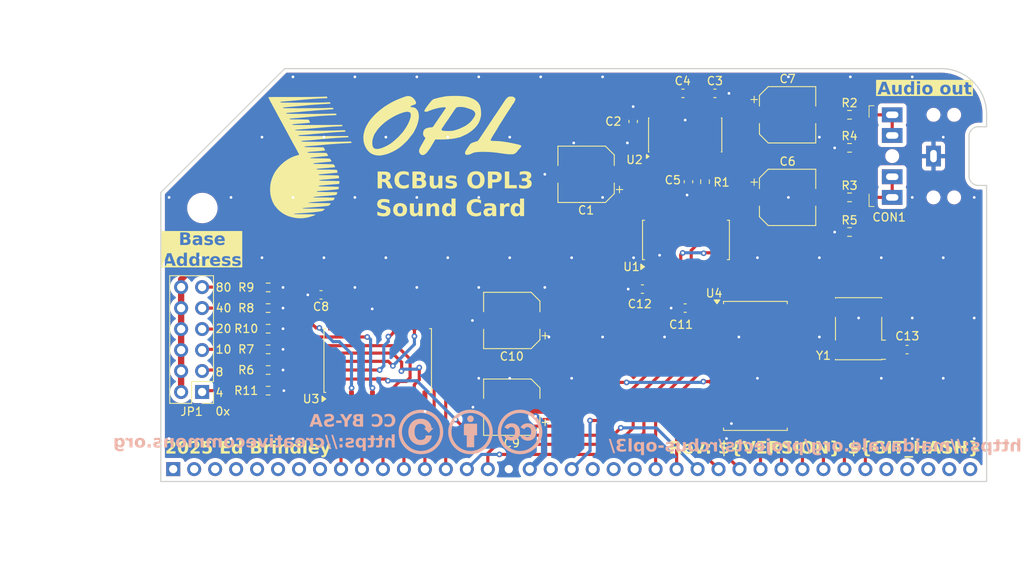
<source format=kicad_pcb>
(kicad_pcb (version 20241229) (generator "pcbnew") (generator_version "9.0")
  (title_block (title "RCBUS YMF262 sound card") (date "@date@") (rev "@version@"))
  (layers (0 "F.Cu" signal "Front") (2 "B.Cu" signal "Back") (13 "F.Paste" user) (15 "B.Paste" user) (5 "F.SilkS" user "F.Silkscreen") (7 "B.SilkS" user "B.Silkscreen") (1 "F.Mask" user) (3 "B.Mask" user) (25 "Edge.Cuts" user))
  (net 0 "")
  (net 1 "+5V")
  (net 2 "GND")
  (net 3 "/CLK")
  (net 4 "/D0")
  (net 5 "/D1")
  (net 6 "/D2")
  (net 7 "/D3")
  (net 8 "/D4")
  (net 9 "/D5")
  (net 10 "/D6")
  (net 11 "/D7")
  (net 12 "/A1")
  (net 13 "/A4")
  (net 14 "/A3")
  (net 15 "/A2")
  (net 16 "/A5")
  (net 17 "/A6")
  (net 18 "/A7")
  (net 19 "/A0")
  (net 20 "/~{CS}")
  (net 21 "/~{RESET}")
  (net 22 "/~{WR}")
  (net 23 "/~{IORQ}")
  (net 24 "/~{RD}")
  (net 26 "/DAC_CLK")
  (net 27 "/~{INT}")
  (net 43 "/R")
  (net 44 "/L")
  (net 45 "Net-(U1-CV)")
  (net 46 "/SMPBD")
  (net 47 "/DOAB")
  (net 48 "/SMPAC")
  (net 49 "Net-(U1-AOUT)")
  (net 50 "Net-(C6-Pad2)")
  (net 51 "Net-(C7-Pad2)")
  (net 52 "Net-(U2B--)")
  (net 53 "/AUDIO_CH2")
  (net 54 "Net-(U1-SWIN)")
  (net 55 "Net-(U1-MP)")
  (net 60 "Net-(JP1-Pin_1)")
  (net 61 "Net-(JP1-Pin_9)")
  (net 62 "Net-(JP1-Pin_7)")
  (net 63 "Net-(JP1-Pin_11)")
  (net 64 "Net-(JP1-Pin_3)")
  (net 65 "Net-(JP1-Pin_5)")
  (net 66 "/AUDIO_CH1")
  (net 67 "Net-(CON1-PadT)")
  (net 68 "Net-(CON1-PadR)")
  (footprint "Capacitor_SMD:C_0603_1608Metric" (layer "F.Cu") (at 79.4 142.4 180)
    (property "Reference" "C8")
    (property "Value" "0.1uF")
  )
  (footprint "Capacitor_SMD:C_0603_1608Metric" (layer "F.Cu") (at 118.325 141.7 180)
    (property "Reference" "C12")
    (property "Value" "0.1uF")
  )
  (footprint "electrified:Headphone_Jack_3.5mm_5_pin" (layer "F.Cu") (at 148.569 125.595 180)
    (property "Reference" "CON1")
    (property "Value" "3.5mm jack")
  )
  (footprint "Connector_PinHeader_2.54mm:PinHeader_2x06_P2.54mm_Vertical" (layer "F.Cu") (at 65 154.16 180)
    (property "Reference" "JP1")
    (property "Value" "BASE ADDRESS")
  )
  (footprint "MountingHole:MountingHole_3.2mm_M3" (layer "F.Cu") (at 65.032 131.882)
    (property "Reference" "H1" (hide yes))
    (property "Value" "MountingHole")
  )
  (footprint "electrified:PinHeader_1x39_P2.54mm_Vertical" (layer "F.Cu") (at 61.5 163.5 90)
    (property "Reference" "P1" (hide yes))
    (property "Value" "RC2014 BUS")
  )
  (footprint "Package_SO:SOIC-20W_7.5x12.8mm_P1.27mm" (layer "F.Cu") (at 86.265 150.35 90)
    (property "Reference" "U3")
    (property "Value" "74HCT688")
  )
  (footprint "Capacitor_SMD:C_0603_1608Metric" (layer "F.Cu") (at 123.9 128.7 -90)
    (property "Reference" "C5")
    (property "Value" "68pF")
  )
  (footprint "Capacitor_SMD:CP_Elec_6.3x5.8" (layer "F.Cu") (at 111.5 127.8 180)
    (property "Reference" "C1")
    (property "Value" "10uF")
  )
  (footprint "Capacitor_SMD:C_0603_1608Metric" (layer "F.Cu") (at 117.2 121.4 90)
    (property "Reference" "C2")
    (property "Value" "0.1uF")
  )
  (footprint "Package_SO:SOP-24_7.5x15.4mm_P1.27mm" (layer "F.Cu") (at 132 151)
    (property "Reference" "U4")
    (property "Value" "YMF262")
  )
  (footprint "Capacitor_SMD:C_0603_1608Metric" (layer "F.Cu") (at 123.5 144 180)
    (property "Reference" "C11")
    (property "Value" "0.1uF")
  )
  (footprint "Oscillator:Oscillator_SMD_Abracon_ASV-4Pin_7.0x5.1mm" (layer "F.Cu") (at 144.5 146.5 90)
    (property "Reference" "Y1")
    (property "Value" "14.3181MHz")
  )
  (footprint "Package_SO:SOP-16_4.55x10.3mm_P1.27mm" (layer "F.Cu") (at 123.595 135.75 90)
    (property "Reference" "U1")
    (property "Value" "YAC512")
  )
  (footprint "electrified:opl" (layer "F.Cu") (at 94 121.75)
    (property "Reference" "G2" (hide yes))
    (property "Value" "LOGO" (hide yes))
  )
  (footprint "Resistor_SMD:R_0603_1608Metric" (layer "F.Cu") (at 73 154)
    (property "Reference" "R11")
    (property "Value" "10K")
  )
  (footprint "Capacitor_SMD:C_0603_1608Metric" (layer "F.Cu") (at 127.1 118)
    (property "Reference" "C3")
    (property "Value" "2.7nF")
  )
  (footprint "Resistor_SMD:R_0603_1608Metric" (layer "F.Cu") (at 73 151.5)
    (property "Reference" "R6")
    (property "Value" "10K")
  )
  (footprint "Resistor_SMD:R_0603_1608Metric" (layer "F.Cu") (at 143.4 120.595)
    (property "Reference" "R2")
    (property "Value" "100")
  )
  (footprint "Resistor_SMD:R_0603_1608Metric" (layer "F.Cu") (at 125.9 128.7 90)
    (property "Reference" "R1")
    (property "Value" "33")
  )
  (footprint "Resistor_SMD:R_0603_1608Metric" (layer "F.Cu") (at 143.4 130.595)
    (property "Reference" "R3")
    (property "Value" "100")
  )
  (footprint "Resistor_SMD:R_0603_1608Metric" (layer "F.Cu") (at 73 146.5)
    (property "Reference" "R10")
    (property "Value" "10K")
  )
  (footprint "Resistor_SMD:R_0603_1608Metric" (layer "F.Cu") (at 73 141.5)
    (property "Reference" "R9")
    (property "Value" "10K")
  )
  (footprint "Capacitor_SMD:C_0603_1608Metric" (layer "F.Cu") (at 123.225 118)
    (property "Reference" "C4")
    (property "Value" "2.7nF")
  )
  (footprint "Resistor_SMD:R_0603_1608Metric" (layer "F.Cu") (at 73 144)
    (property "Reference" "R8")
    (property "Value" "10K")
  )
  (footprint "Package_SO:SOIC-14_3.9x8.7mm_P1.27mm" (layer "F.Cu") (at 123.5 123.037022 90)
    (property "Reference" "U2")
    (property "Value" "TL074")
  )
  (footprint "electrified:adlib2" (layer "F.Cu") (at 77.5 125.5)
    (property "Reference" "G1" (hide yes))
    (property "Value" "LOGO" (hide yes))
  )
  (footprint "Capacitor_SMD:CP_Elec_6.3x5.8" (layer "F.Cu") (at 135.9 130.595)
    (property "Reference" "C6")
    (property "Value" "10uF")
  )
  (footprint "Resistor_SMD:R_0603_1608Metric" (layer "F.Cu") (at 73 149)
    (property "Reference" "R7")
    (property "Value" "10K")
  )
  (footprint "Capacitor_SMD:CP_Elec_6.3x7.7" (layer "F.Cu") (at 102.5 156 180)
    (property "Reference" "C9")
    (property "Value" "100uF")
  )
  (footprint "Capacitor_SMD:CP_Elec_6.3x5.8" (layer "F.Cu") (at 102.5 145.5 180)
    (property "Reference" "C10")
    (property "Value" "10uF")
  )
  (footprint "Capacitor_SMD:CP_Elec_6.3x5.8" (layer "F.Cu") (at 135.9 120.595)
    (property "Reference" "C7")
    (property "Value" "10uF")
  )
  (footprint "Capacitor_SMD:C_0603_1608Metric" (layer "F.Cu") (at 150.364 149.026)
    (property "Reference" "C13")
    (property "Value" "0.1uF")
  )
  (footprint "Resistor_SMD:R_0603_1608Metric" (layer "F.Cu") (at 143.4 124.595)
    (property "Reference" "R4")
    (property "Value" "10K")
  )
  (footprint "Resistor_SMD:R_0603_1608Metric" (layer "F.Cu") (at 143.4 134.79)
    (property "Reference" "R5")
    (property "Value" "10K")
  )
  (footprint "electrified:Symbol_CC-Attribution_Silk_Small" (layer "B.Cu") (at 97.5 159 180)
    (property "Reference" "REF**" (hide yes))
    (property "Value" "Symbol_CC-Attribution_Silk_Small" (hide yes))
  )
  (footprint "electrified:Symbol_CC-ShareAlike_Silk_Small" (layer "B.Cu") (at 91.5 159 180)
    (property "Reference" "REF**" (hide yes))
    (property "Value" "Symbol_CC-ShareAlike_Silk_Small" (hide yes))
  )
  (footprint "electrified:Symbol_CreativeCommons_Silk_Type2_Small" (layer "B.Cu") (at 103.5 159 180)
    (property "Reference" "REF**" (hide yes))
    (property "Value" "Symbol_CreativeCommons_Silk_Type2_Small" (hide yes))
  )
  (gr_line (start 157.869 123.182) (end 157.869 128.008) (stroke (width 0.15)) (layer "Edge.Cuts"))
  (gr_line (start 160 122.039) (end 160 120.5) (stroke (width 0.15)) (layer "Edge.Cuts"))
  (gr_line (start 154.5 115) (end 75 115) (stroke (width 0.15)) (layer "Edge.Cuts"))
  (gr_arc (start 154.5 115) (mid 158.389087 116.610913) (end 160 120.5) (stroke (width 0.15)) (layer "Edge.Cuts"))
  (gr_line (start 160 122.039) (end 159.012 122.039) (stroke (width 0.15)) (layer "Edge.Cuts"))
  (gr_line (start 160 129.151) (end 159.012 129.151) (stroke (width 0.15)) (layer "Edge.Cuts"))
  (gr_line (start 60 130) (end 75 115) (stroke (width 0.15)) (layer "Edge.Cuts"))
  (gr_line (start 60 130) (end 60 165) (stroke (width 0.15)) (layer "Edge.Cuts"))
  (gr_arc (start 159.012 129.151) (mid 158.203777 128.816223) (end 157.869 128.008) (stroke (width 0.15)) (layer "Edge.Cuts"))
  (gr_line (start 160 165) (end 160 129.151) (stroke (width 0.15)) (layer "Edge.Cuts"))
  (gr_line (start 60 165) (end 160 165) (stroke (width 0.15)) (layer "Edge.Cuts"))
  (gr_arc (start 157.869 123.182) (mid 158.203777 122.373777) (end 159.012 122.039) (stroke (width 0.15)) (layer "Edge.Cuts"))
  (gr_text "Audio out" (at 152.5 117.5 0) (layer "F.SilkS" knockout) (effects (font (size 1.5 1.5) (thickness 0.3) (bold yes))))
  (gr_text "Rev: ${VERSION} ${GIT_HASH}" (at 159.25 161 0) (layer "F.SilkS") (effects (font (size 1.5 1.5) (thickness 0.34) (bold yes)) (justify right)))
  (gr_text "2025 Ed Brindley" (at 60.5 161 0) (layer "F.SilkS") (effects (font (size 1.5 1.5) (thickness 0.3) (bold yes)) (justify left)))
  (gr_text "10" (at 67.6 149 0) (layer "F.SilkS") (effects (font (size 1 1))))
  (gr_text "Base\nAddress" (at 65 137 0) (layer "F.SilkS" knockout) (effects (font (size 1.5 1.5) (thickness 0.3) (bold yes))))
  (gr_text "80" (at 67.6 141.5 0) (layer "F.SilkS") (effects (font (size 1 1))))
  (gr_text "20" (at 67.6 146.5 0) (layer "F.SilkS") (effects (font (size 1 1))))
  (gr_text "RCBus OPL3\nSound Card" (at 86 133.2 0) (layer "F.SilkS") (effects (font (size 2 2) (thickness 0.4) (bold yes)) (justify left bottom)))
  (gr_text "8" (at 67.1 151.75 0) (layer "F.SilkS") (effects (font (size 1 1))))
  (gr_text "4" (at 67.1 154.25 0) (layer "F.SilkS") (effects (font (size 1 1))))
  (gr_text "0x" (at 67.5 156.5 0) (layer "F.SilkS") (effects (font (size 1 1))))
  (gr_text "40" (at 67.6 144 0) (layer "F.SilkS") (effects (font (size 1 1))))
  (gr_text "https://maidavale.org/projects/rcbus-opl3/" (at 139.25 160.75 0) (layer "B.SilkS") (effects (font (size 1.5 1.5) (thickness 0.3) (bold yes)) (justify mirror)))
  (gr_text "CC BY-SA\nhttps://creativecommons.org" (at 88.49936 159 -0) (layer "B.SilkS") (effects (font (size 1.5 1.5) (thickness 0.3) (bold yes)) (justify left mirror)))
  (segment (start 105.2 145.5) (end 108 145.5) (width 0.762) (layer "F.Cu") (net 1))
  (segment (start 105.2 145.5) (end 105.2 139.5) (width 0.762) (layer "F.Cu") (net 1))
  (segment (start 117.2 122.175) (end 109.125 122.175) (width 0.762) (layer "F.Cu") (net 1))
  (segment (start 149.589 142.089) (end 149.589 149.026) (width 0.762) (layer "F.Cu") (net 1))
  (segment (start 117.2 122.175) (end 117.253522 122.228522) (width 0.381) (layer "F.Cu") (net 1))
  (segment (start 80.175 142.4) (end 80.175 139.525) (width 0.762) (layer "F.Cu") (net 1))
  (segment (start 131.7 135.2) (end 135.9 139.4) (width 0.762) (layer "F.Cu") (net 1))
  (segment (start 121.69 140.21) (end 121.69 139) (width 0.381) (layer "F.Cu") (net 1))
  (segment (start 62.46 141.46) (end 62.46 140.54) (width 0.762) (layer "F.Cu") (net 1))
  (segment (start 119.15 140.5) (end 121.1 140.5) (width 0.381) (layer "F.Cu") (net 1))
  (segment (start 142.5 149.04) (end 146.5 149.04) (width 0.762) (layer "F.Cu") (net 1))
  (segment (start 121.375858 122.228522) (end 123.5 124.352664) (width 0.381) (layer "F.Cu") (net 1))
  (segment (start 109.125 122.175) (end 105.2 126.1) (width 0.762) (layer "F.Cu") (net 1))
  (segment (start 131.65 135.2) (end 118.1 135.2) (width 0.762) (layer "F.Cu") (net 1))
  (segment (start 123.5 124.352664) (end 123.5 125.512022) (width 0.381) (layer "F.Cu") (net 1))
  (segment (start 121.1 140.5) (end 124.799999 140.5) (width 0.381) (layer "F.Cu") (net 1))
  (segment (start 135.9 139.4) (end 146.9 139.4) (width 0.762) (layer "F.Cu") (net 1))
  (segment (start 119.15 139) (end 119.15 140.5) (width 0.381) (layer "F.Cu") (net 1))
  (segment (start 121.1 140.5) (end 121.4 140.5) (width 0.381) (layer "F.Cu") (net 1))
  (segment (start 105 156.715014) (end 105 156.2) (width 0.762) (layer "F.Cu") (net 1))
  (segment (start 128.04 132.5) (end 128.04 135.16) (width 0.381) (layer "F.Cu") (net 1))
  (segment (start 80.2 139.5) (end 105.2 139.5) (width 0.762) (layer "F.Cu") (net 1))
  (segment (start 125.5 139.799999) (end 125.5 139) (width 0.381) (layer "F.Cu") (net 1))
  (segment (start 80.225 143.471) (end 80.55 143.796) (width 0.381) (layer "F.Cu") (net 1))
  (segment (start 114.8 138.5) (end 114.8 145.5) (width 0.762) (layer "F.Cu") (net 1))
  (segment (start 62.46 140.54) (end 63.5 139.5) (width 0.762) (layer "F.Cu") (net 1))
  (segment (start 146.9 139.4) (end 149.589 142.089) (width 0.762) (layer "F.Cu") (net 1))
  (segment (start 119.15 140.5) (end 119.15 141.65) (width 0.381) (layer "F.Cu") (net 1))
  (segment (start 80.225 142.5) (end 80.225 143.471) (width 0.381) (layer "F.Cu") (net 1))
  (segment (start 105.2 156) (end 105.2 145.5) (width 0.762) (layer "F.Cu") (net 1))
  (segment (start 123.8 145.5) (end 124.275 145.025) (width 0.762) (layer "F.Cu") (net 1))
  (segment (start 63.5 139.5) (end 80.2 139.5) (width 0.762) (layer "F.Cu") (net 1))
  (segment (start 131.65 135.2) (end 131.7 135.2) (width 0.762) (layer "F.Cu") (net 1))
  (segment (start 124.275 145.025) (end 124.275 144) (width 0.762) (layer "F.Cu") (net 1))
  (segment (start 118.1 135.2) (end 114.8 138.5) (width 0.762) (layer "F.Cu") (net 1))
  (segment (start 128 135.2) (end 131.65 135.2) (width 0.762) (layer "F.Cu") (net 1))
  (segment (start 124.799999 140.5) (end 125.5 139.799999) (width 0.381) (layer "F.Cu") (net 1))
  (segment (start 80.175 139.525) (end 80.2 139.5) (width 0.762) (layer "F.Cu") (net 1))
  (segment (start 149.589 149.026) (end 146.514 149.026) (width 0.762) (layer "F.Cu") (net 1))
  (segment (start 127.35 144.015) (end 124.29 144.015) (width 0.381) (layer "F.Cu") (net 1))
  (segment (start 128.04 135.16) (end 128 135.2) (width 0.381) (layer "F.Cu") (net 1))
  (segment (start 80.55 143.796) (end 80.55 145.7) (width 0.381) (layer "F.Cu") (net 1))
  (segment (start 62.46 154.54) (end 62.46 141.84) (width 0.762) (layer "F.Cu") (net 1))
  (segment (start 121.4 140.5) (end 121.69 140.21) (width 0.381) (layer "F.Cu") (net 1))
  (segment (start 105.384986 157.1) (end 105 156.715014) (width 0.762) (layer "F.Cu") (net 1))
  (segment (start 105.2 126.1) (end 105.2 139.5) (width 0.762) (layer "F.Cu") (net 1))
  (segment (start 119.1 141.7) (end 119.1 145.4) (width 0.762) (layer "F.Cu") (net 1))
  (segment (start 119.1 145.4) (end 119 145.5) (width 0.762) (layer "F.Cu") (net 1))
  (segment (start 114.8 145.5) (end 119 145.5) (width 0.762) (layer "F.Cu") (net 1))
  (segment (start 108 145.5) (end 114.8 145.5) (width 0.762) (layer "F.Cu") (net 1))
  (segment (start 117.253522 122.228522) (end 121.375858 122.228522) (width 0.381) (layer "F.Cu") (net 1))
  (segment (start 119 145.5) (end 123.8 145.5) (width 0.762) (layer "F.Cu") (net 1))
  (via (at 105.384986 157.1) (size 0.6858) (drill 0.3302) (layers "F.Cu" "B.Cu") (net 1))
  (segment (start 105.384986 157.1) (end 106.410486 158.1255) (width 0.762) (layer "B.Cu") (net 1))
  (segment (start 106.410486 161.769514) (end 104.68 163.5) (width 0.762) (layer "B.Cu") (net 1))
  (segment (start 106.410486 158.1255) (end 106.410486 161.769514) (width 0.762) (layer "B.Cu") (net 1))
  (segment (start 73.825 151.5) (end 74.8 151.5) (width 0.381) (layer "F.Cu") (net 2))
  (segment (start 108.8 127.8) (end 106.5 127.8) (width 0.381) (layer "F.Cu") (net 2))
  (segment (start 73.825 149) (end 74.8 149) (width 0.381) (layer "F.Cu") (net 2))
  (segment (start 123.919275 129.919275) (end 123.9 129.9) (width 0.381) (layer "F.Cu") (net 2))
  (segment (start 127.875 118) (end 128.8 118) (width 0.381) (layer "F.Cu") (net 2))
  (segment (start 124 119.087023) (end 124 118) (width 0.381) (layer "F.Cu") (net 2))
  (segment (start 120.42 137.62) (end 120.4 137.6) (width 0.381) (layer "F.Cu") (net 2))
  (segment (start 74.8 144) (end 73.825 144) (width 0.381) (layer "F.Cu") (net 2))
  (segment (start 123.9 129.9) (end 123.9 129.475) (width 0.381) (layer "F.Cu") (net 2))
  (segment (start 123.919275 130.119275) (end 123.919275 129.919275) (width 0.381) (layer "F.Cu") (net 2))
  (segment (start 141.605 124.595) (end 141.6 124.6) (width 0.381) (layer "F.Cu") (net 2))
  (segment (start 85.63 144.13) (end 85.6 144.1) (width 0.381) (layer "F.Cu") (net 2))
  (segment (start 73.825 154) (end 74.9 154) (width 0.381) (layer "F.Cu") (net 2))
  (segment (start 91.98 156.4926) (end 92 156.5126) (width 0.381) (layer "F.Cu") (net 2))
  (segment (start 123.5 119.587023) (end 124 119.087023) (width 0.381) (layer "F.Cu") (net 2))
  (segment (start 117.2 120.625) (end 117.2 119.6) (width 0.381) (layer "F.Cu") (net 2))
  (segment (start 123.728912 130.309638) (end 123.919275 130.119275) (width 0.381) (layer "F.Cu") (net 2))
  (segment (start 117.55 141.7) (end 116.6 141.7) (width 0.381) (layer "F.Cu") (net 2))
  (segment (start 142.575 124.595) (end 141.605 124.595) (width 0.381) (layer "F.Cu") (net 2))
  (segment (start 123.5 120.562022) (end 123.5 119.587023) (width 0.381) (layer "F.Cu") (net 2))
  (segment (start 120.42 139) (end 120.42 137.62) (width 0.381) (layer "F.Cu") (net 2))
  (segment (start 73.825 141.5) (end 74.8 141.5) (width 0.381) (layer "F.Cu") (net 2))
  (segment (start 83.09 145.7) (end 86.9 145.7) (width 0.381) (layer "F.Cu") (net 2))
  (segment (start 85.63 145.7) (end 85.63 144.13) (width 0.381) (layer "F.Cu") (net 2))
  (segment (start 73.825 146.5) (end 74.8 146.5) (width 0.381) (layer "F.Cu") (net 2))
  (segment (start 97.796157 156) (end 99.8 156) (width 0.381) (layer "F.Cu") (net 2))
  (segment (start 91.98 155) (end 91.98 156.4926) (width 0.381) (layer "F.Cu") (net 2))
  (segment (start 99.8 145.5) (end 97.735952 145.5) (width 0.381) (layer "F.Cu") (net 2))
  (segment (start 142.575 134.79) (end 141.61 134.79) (width 0.381) (layer "F.Cu") (net 2))
  (segment (start 129.1 157.985) (end 127.35 157.985) (width 0.381) (layer "F.Cu") (net 2))
  (segment (start 78.625 142.4) (end 77.8 142.4) (width 0.381) (layer "F.Cu") (net 2))
  (segment (start 141.61 134.79) (end 141.6 134.8) (width 0.381) (layer "F.Cu") (net 2))
  (segment (start 122.725 144) (end 121.8 144) (width 0.381) (layer "F.Cu") (net 2))
  (via (at 113.5 147.5) (size 0.6858) (drill 0.3302) (layers "F.Cu" "B.Cu") (net 2))
  (via (at 154.75 137.9) (size 0.6858) (drill 0.3302) (layers "F.Cu" "B.Cu") (net 2))
  (via (at 74.8 151.5) (size 0.6858) (drill 0.3302) (layers "F.Cu" "B.Cu") (net 2))
  (via (at 147.25 137.9) (size 0.6858) (drill 0.3302) (layers "F.Cu" "B.Cu") (net 2))
  (via (at 129.1 157.985) (size 0.6858) (drill 0.3302) (layers "F.Cu" "B.Cu") (net 2))
  (via (at 120.4 137.6) (size 0.6858) (drill 0.3302) (layers "F.Cu" "B.Cu") (net 2))
  (via (at 109.75 137.9) (size 0.6858) (drill 0.3302) (layers "F.Cu" "B.Cu") (net 2))
  (via (at 102.25 152.5) (size 0.6858) (drill 0.3302) (layers "F.Cu" "B.Cu") (net 2))
  (via (at 94.75 137.9) (size 0.6858) (drill 0.3302) (layers "F.Cu" "B.Cu") (net 2))
  (via (at 74.9 154) (size 0.6858) (drill 0.3302) (layers "F.Cu" "B.Cu") (net 2))
  (via (at 83.5 130.6) (size 0.6858) (drill 0.3302) (layers "F.Cu" "B.Cu") (net 2))
  (via (at 128.5 159.8) (size 0.6858) (drill 0.3302) (layers "F.Cu" "B.Cu") (net 2))
  (via (at 121 147.5) (size 0.6858) (drill 0.3302) (layers "F.Cu" "B.Cu") (net 2))
  (via (at 85.6 144.1) (size 0.6858) (drill 0.3302) (layers "F.Cu" "B.Cu") (net 2))
  (via (at 74.8 144) (size 0.6858) (drill 0.3302) (layers "F.Cu" "B.Cu") (net 2))
  (via (at 68.5 130.6) (size 0.6858) (drill 0.3302) (layers "F.Cu" "B.Cu") (net 2))
  (via (at 109.75 152.5) (size 0.6858) (drill 0.3302) (layers "F.Cu" "B.Cu") (net 2))
  (via (at 117.25 137.9) (size 0.6858) (drill 0.3302) (layers "F.Cu" "B.Cu") (net 2))
  (via (at 117.2 119.6) (size 0.6858) (drill 0.3302) (layers "F.Cu" "B.Cu") (net 2))
  (via (at 113.5 130.6) (size 0.6858) (drill 0.3302) (layers "F.Cu" "B.Cu") (net 2))
  (via (at 139.75 137.9) (size 0.6858) (drill 0.3302) (layers "F.Cu" "B.Cu") (net 2))
  (via (at 72.25 123.3) (size 0.6858) (drill 0.3302) (layers "F.Cu" "B.Cu") (net 2))
  (via (at 123.728912 130.309638) (size 0.6858) (drill 0.3302) (layers "F.Cu" "B.Cu") (net 2))
  (via (at 97.735952 145.5) (size 0.6858) (drill 0.3302) (layers "F.Cu" "B.Cu") (net 2))
  (via (at 143.5 116) (size 0.6858) (drill 0.3302) (layers "F.Cu" "B.Cu") (net 2))
  (via (at 102.25 137.9) (size 0.6858) (drill 0.3302) (layers "F.Cu" "B.Cu") (net 2))
  (via (at 68.5 159.8) (size 0.6858) (drill 0.3302) (layers "F.Cu" "B.Cu") (net 2))
  (via (at 139.75 123.3) (size 0.6858) (drill 0.3302) (layers "F.Cu" "B.Cu") (net 2))
  (via (at 61 130.6) (size 0.6858) (drill 0.3302) (layers "F.Cu" "B.Cu") (net 2))
  (via (at 87.25 137.9) (size 0.6858) (drill 0.3302) (layers "F.Cu" "B.Cu") (net 2))
  (via (at 151 145.2) (size 0.6858) (drill 0.3302) (layers "F.Cu" "B.Cu") (net 2))
  (via (at 130 147.5) (size 0.6858) (drill 0.3302) (layers "F.Cu" "B.Cu") (net 2))
  (via (at 76 116) (size 0.6858) (drill 0.3302) (layers "F.Cu" "B.Cu") (net 2))
  (via (at 77.8 142.4) (size 0.6858) (drill 0.3302) (layers "F.Cu" "B.Cu") (net 2))
  (via (at 76 159.8) (size 0.6858) (drill 0.3302) (layers "F.Cu" "B.Cu") (net 2))
  (via (at 79.75 137.9) (size 0.6858) (drill 0.3302) (layers "F.Cu" "B.Cu") (net 2))
  (via (at 158.5 145.2) (size 0.6858) (drill 0.3302) (layers "F.Cu" "B.Cu") (net 2))
  (via (at 97.796157 156) (size 0.6858) (drill 0.3302) (layers "F.Cu" "B.Cu") (net 2))
  (via (at 98.5 141.5) (size 0.6858) (drill 0.3302) (layers "F.Cu" "B.Cu") (net 2))
  (via (at 136 130.6) (size 0.6858) (drill 0.3302) (layers "F.Cu" "B.Cu") (net 2))
  (via (at 154.75 123.3) (size 0.6858) (drill 0.3302) (layers "F.Cu" "B.Cu") (net 2))
  (via (at 132.25 152.5) (size 0.6858) (drill 0.3302) (layers "F.Cu" "B.Cu") (net 2))
  (via (at 98.5 116) (size 0.6858) (drill 0.3302) (layers "F.Cu" "B.Cu") (net 2))
  (via (at 116.6 141.7) (size 0.6858) (drill 0.3302) (layers "F.Cu" "B.Cu") (net 2))
  (via (at 98.5 152.5) (size 0.6858) (drill 0.3302) (layers "F.Cu" "B.Cu") (net 2))
  (via (at 136 116) (size 0.6858) (drill 0.3302) (layers "F.Cu" "B.Cu") (net 2))
  (via (at 61 159.8) (size 0.6858) (drill 0.3302) (layers "F.Cu" "B.Cu") (net 2))
  (via (at 102.25 123.3) (size 0.6858) (drill 0.3302) (layers "F.Cu" "B.Cu") (net 2))
  (via (at 123.499999 121.232925) (size 0.6858) (drill 0.3302) (layers "F.Cu" "B.Cu") (net 2))
  (via (at 158.5 159.8) (size 0.6858) (drill 0.3302) (layers "F.Cu" "B.Cu") (net 2))
  (via (at 107 147.5) (size 0.6858) (drill 0.3302) (layers "F.Cu" "B.Cu") (net 2))
  (via (at 151 130.6) (size 0.6858) (drill 0.3302) (layers "F.Cu" "B.Cu") (net 2))
  (via (at 116.5 124) (size 0.6858) (drill 0.3302) (layers "F.Cu" "B.Cu") (net 2))
  (via (at 139.75 147.5) (size 0.6858) (drill 0.3302) (layers "F.Cu" "B.Cu") (net 2))
  (via (at 83.5 141.5) (size 0.6858) (drill 0.3302) (layers "F.Cu" "B.Cu") (net 2))
  (via (at 158.5 130.6) (size 0.6858) (drill 0.3302) (layers "F.Cu" "B.Cu") (net 2))
  (via (at 64.75 137.9) (size 0.6858) (drill 0.3302) (layers "F.Cu" "B.Cu") (net 2))
  (via (at 113.5 116) (size 0.6858) (drill 0.3302) (layers "F.Cu" "B.Cu") (net 2))
  (via (at 74.8 146.5) (size 0.6858) (drill 0.3302) (layers "F.Cu" "B.Cu") (net 2))
  (via (at 91 116) (size 0.6858) (drill 0.3302) (layers "F.Cu" "B.Cu") (net 2))
  (via (at 76 130.6) (size 0.6858) (drill 0.3302) (layers "F.Cu" "B.Cu") (net 2))
  (via (at 74.8 141.5) (size 0.6858) (drill 0.3302) (layers "F.Cu" "B.Cu") (net 2))
  (via (at 83.5 116) (size 0.6858) (drill 0.3302) (layers "F.Cu" "B.Cu") (net 2))
  (via (at 110 124) (size 0.6858) (drill 0.3302) (layers "F.Cu" "B.Cu") (net 2))
  (via (at 151 159.8) (size 0.6858) (drill 0.3302) (layers "F.Cu" "B.Cu") (net 2))
  (via (at 79.75 123.3) (size 0.6858) (drill 0.3302) (layers "F.Cu" "B.Cu") (net 2))
  (via (at 132.25 137.9) (size 0.6858) (drill 0.3302) (layers "F.Cu" "B.Cu") (net 2))
  (via (at 141.6 134.8) (size 0.6858) (drill 0.3302) (layers "F.Cu" "B.Cu") (net 2))
  (via (at 106.5 141.5) (size 0.6858) (drill 0.3302) (layers "F.Cu" "B.Cu") (net 2))
  (via (at 106.5 127.8) (size 0.6858) (drill 0.3302) (layers "F.Cu" "B.Cu") (net 2))
  (via (at 151 116) (size 0.6858) (drill 0.3302) (layers "F.Cu" "B.Cu") (net 2))
  (via (at 121.8 144) (size 0.6858) (drill 0.3302) (layers "F.Cu" "B.Cu") (net 2))
  (via (at 91 130.6) (size 0.6858) (drill 0.3302) (layers "F.Cu" "B.Cu") (net 2))
  (via (at 92 156.5126) (size 0.6858) (drill 0.3302) (layers "F.Cu" "B.Cu") (net 2))
  (via (at 87.25 123.3) (size 0.6858) (drill 0.3302) (layers "F.Cu" "B.Cu") (net 2))
  (via (at 74.8 149) (size 0.6858) (drill 0.3302) (layers "F.Cu" "B.Cu") (net 2))
  (via (at 128.8 118) (size 0.6858) (drill 0.3302) (layers "F.Cu" "B.Cu") (net 2))
  (via (at 106 116) (size 0.6858) (drill 0.3302) (layers "F.Cu" "B.Cu") (net 2))
  (via (at 98.5 130.6) (size 0.6858) (drill 0.3302) (layers "F.Cu" "B.Cu") (net 2))
  (via (at 141.6 124.6) (size 0.6858) (drill 0.3302) (layers "F.Cu" "B.Cu") (net 2))
  (via (at 144.5 145.2) (size 0.6858) (drill 0.3302) (layers "F.Cu" "B.Cu") (net 2))
  (via (at 154.75 152.5) (size 0.6858) (drill 0.3302) (layers "F.Cu" "B.Cu") (net 2))
  (via (at 72.25 137.9) (size 0.6858) (drill 0.3302) (layers "F.Cu" "B.Cu") (net 2))
  (via (at 94.75 123.3) (size 0.6858) (drill 0.3302) (layers "F.Cu" "B.Cu") (net 2))
  (via (at 147.25 152.5) (size 0.6858) (drill 0.3302) (layers "F.Cu" "B.Cu") (net 2))
  (via (at 91 141.5) (size 0.6858) (drill 0.3302) (layers "F.Cu" "B.Cu") (net 2))
  (segment (start 136.65 144.015) (end 142.445 144.015) (width 0.381) (layer "F.Cu") (net 3))
  (segment (start 123.9 157) (end 123.9 159.86) (width 0.381) (layer "F.Cu") (net 4))
  (segment (start 123.9 159.86) (end 127.54 163.5) (width 0.381) (layer "F.Cu") (net 4))
  (segment (start 127.35 155.445) (end 125.455 155.445) (width 0.381) (layer "F.Cu") (net 4))
  (segment (start 125.455 155.445) (end 123.9 157) (width 0.381) (layer "F.Cu") (net 4))
  (segment (start 125.5 158.9) (end 130.08 163.48) (width 0.381) (layer "F.Cu") (net 5))
  (segment (start 125.5 157.565001) (end 125.5 158.9) (width 0.381) (layer "F.Cu") (net 5))
  (segment (start 127.35 156.715) (end 126.350001 156.715) (width 0.381) (layer "F.Cu") (net 5))
  (segment (start 126.350001 156.715) (end 125.5 157.565001) (width 0.381) (layer "F.Cu") (net 5))
  (segment (start 134.715 157.985) (end 132.62 160.08) (width 0.381) (layer "F.Cu") (net 6))
  (segment (start 132.62 160.08) (end 132.62 163.5) (width 0.381) (layer "F.Cu") (net 6))
  (segment (start 136.65 157.985) (end 134.715 157.985) (width 0.381) (layer "F.Cu") (net 6))
  (segment (start 138.4 157.4) (end 138.4 159) (width 0.381) (layer "F.Cu") (net 7))
  (segment (start 137.715 156.715) (end 138.4 157.4) (width 0.381) (layer "F.Cu") (net 7))
  (segment (start 137.4 160) (end 136.8 160) (width 0.381) (layer "F.Cu") (net 7))
  (segment (start 136.8 160) (end 135.16 161.64) (width 0.381) (layer "F.Cu") (net 7))
  (segment (start 137.208298 156.715) (end 137.715 156.715) (width 0.381) (layer "F.Cu") (net 7))
  (segment (start 138.4 159) (end 137.4 160) (width 0.381) (layer "F.Cu") (net 7))
  (segment (start 135.16 161.64) (end 135.16 163.5) (width 0.381) (layer "F.Cu") (net 7))
  (segment (start 136.65 155.445) (end 138.045 155.445) (width 0.381) (layer "F.Cu") (net 8))
  (segment (start 137.7 161.55) (end 137.7 163.5) (width 0.381) (layer "F.Cu") (net 8))
  (segment (start 139.3 156.7) (end 139.3 159.95) (width 0.381) (layer "F.Cu") (net 8))
  (segment (start 139.3 159.95) (end 137.7 161.55) (width 0.381) (layer "F.Cu") (net 8))
  (segment (start 138.045 155.445) (end 139.3 156.7) (width 0.381) (layer "F.Cu") (net 8))
  (segment (start 136.65 154.175) (end 138.275 154.175) (width 0.381) (layer "F.Cu") (net 9))
  (segment (start 138.275 154.175) (end 140.24 156.14) (width 0.381) (layer "F.Cu") (net 9))
  (segment (start 140.24 156.14) (end 140.24 163.5) (width 0.381) (layer "F.Cu") (net 9))
  (segment (start 136.65 152.905) (end 138.505 152.905) (width 0.381) (layer "F.Cu") (net 10))
  (segment (start 138.505 152.905) (end 142.78 157.18) (width 0.381) (layer "F.Cu") (net 10))
  (segment (start 142.78 157.18) (end 142.78 163.5) (width 0.381) (layer "F.Cu") (net 10))
  (segment (start 138.735 151.635) (end 145.32 158.22) (width 0.381) (layer "F.Cu") (net 11))
  (segment (start 145.32 158.22) (end 145.32 163.5) (width 0.381) (layer "F.Cu") (net 11))
  (segment (start 136.65 151.635) (end 138.735 151.635) (width 0.381) (layer "F.Cu") (net 11))
  (segment (start 115.8776 161.7224) (end 118.5 159.1) (width 0.381) (layer "F.Cu") (net 12))
  (segment (start 101 161.7224) (end 115.8776 161.7224) (width 0.381) (layer "F.Cu") (net 12))
  (segment (start 118.5 159.1) (end 118.5 155.6) (width 0.381) (layer "F.Cu") (net 12))
  (segment (start 118.5 155.6) (end 125.005 149.095) (width 0.381) (layer "F.Cu") (net 12))
  (segment (start 125.005 149.095) (end 127.35 149.095) (width 0.381) (layer "F.Cu") (net 12))
  (via (at 101 161.7224) (size 0.6858) (drill 0.3302) (layers "F.Cu" "B.Cu") (net 12))
  (segment (start 101 161.7224) (end 98.8376 161.7224) (width 0.381) (layer "B.Cu") (net 12))
  (segment (start 98.8376 161.7224) (end 97.06 163.5) (width 0.381) (layer "B.Cu") (net 12))
  (segment (start 89.44 155) (end 89.44 163.5) (width 0.381) (layer "F.Cu") (net 13))
  (segment (start 91.98 159.62) (end 91.98 163.5) (width 0.381) (layer "F.Cu") (net 14))
  (segment (start 93.1 146.82) (end 93.1 158.5) (width 0.381) (layer "F.Cu") (net 14))
  (segment (start 93.1 158.5) (end 91.98 159.62) (width 0.381) (layer "F.Cu") (net 14))
  (segment (start 91.98 145.7) (end 93.1 146.82) (width 0.381) (layer "F.Cu") (net 14))
  (segment (start 90.215001 143.9) (end 92.437889 143.9) (width 0.381) (layer "F.Cu") (net 15))
  (segment (start 92.437889 143.9) (end 94.5 145.962111) (width 0.381) (layer "F.Cu") (net 15))
  (segment (start 94.5 145.962111) (end 94.5 163.48) (width 0.381) (layer "F.Cu") (net 15))
  (segment (start 89.44 144.675001) (end 90.215001 143.9) (width 0.381) (layer "F.Cu") (net 15))
  (segment (start 89.44 145.7) (end 89.44 144.675001) (width 0.381) (layer "F.Cu") (net 15))
  (segment (start 86.9 155) (end 86.9 163.5) (width 0.381) (layer "F.Cu") (net 16))
  (segment (start 84.36 155) (end 84.36 163.5) (width 0.381) (layer "F.Cu") (net 17))
  (segment (start 81.82 155) (end 81.82 163.5) (width 0.381) (layer "F.Cu") (net 18))
  (segment (start 117.2 155.3) (end 124.675 147.825) (width 0.381) (layer "F.Cu") (net 19))
  (segment (start 99.6 163.5) (end 99.6 161.59896) (width 0.381) (layer "F.Cu") (net 19))
  (segment (start 99.6 161.59896) (end 100.69896 160.5) (width 0.381) (layer "F.Cu") (net 19))
  (segment (start 117.2 158.513552) (end 117.2 155.3) (width 0.381) (layer "F.Cu") (net 19))
  (segment (start 115.213552 160.5) (end 117.2 158.513552) (width 0.381) (layer "F.Cu") (net 19))
  (segment (start 100.69896 160.5) (end 115.213552 160.5) (width 0.381) (layer "F.Cu") (net 19))
  (segment (start 124.675 147.825) (end 127.35 147.825) (width 0.381) (layer "F.Cu") (net 19))
  (segment (start 95.85 155.75) (end 98.4 158.3) (width 0.381) (layer "F.Cu") (net 20))
  (segment (start 125.7 152.9) (end 127.345 152.9) (width 0.381) (layer "F.Cu") (net 20))
  (segment (start 114.9 153) (end 116.4 153) (width 0.381) (layer "F.Cu") (net 20))
  (segment (start 81.82 145.7) (end 81.82 144.410001) (width 0.381) (layer "F.Cu") (net 20))
  (segment (start 95.85 145.75) (end 95.85 155.75) (width 0.381) (layer "F.Cu") (net 20))
  (segment (start 81.82 144.410001) (end 83.430001 142.8) (width 0.381) (layer "F.Cu") (net 20))
  (segment (start 83.430001 142.8) (end 92.9 142.8) (width 0.381) (layer "F.Cu") (net 20))
  (segment (start 109.6 158.3) (end 114.9 153) (width 0.381) (layer "F.Cu") (net 20))
  (segment (start 98.4 158.3) (end 109.6 158.3) (width 0.381) (layer "F.Cu") (net 20))
  (segment (start 92.9 142.8) (end 95.85 145.75) (width 0.381) (layer "F.Cu") (net 20))
  (via (at 125.7 152.9) (size 0.6858) (drill 0.3302) (layers "F.Cu" "B.Cu") (net 20))
  (via (at 116.4 153) (size 0.6858) (drill 0.3302) (layers "F.Cu" "B.Cu") (net 20))
  (segment (start 116.4 153) (end 125.6 153) (width 0.381) (layer "B.Cu") (net 20))
  (segment (start 125.6 153) (end 125.7 152.9) (width 0.381) (layer "B.Cu") (net 20))
  (segment (start 127.35 146.555) (end 124.345 146.555) (width 0.381) (layer "F.Cu") (net 21))
  (segment (start 124.345 146.555) (end 113.2874 157.6126) (width 0.381) (layer "F.Cu") (net 21))
  (segment (start 113.2874 157.6126) (end 111.979883 157.6126) (width 0.381) (layer "F.Cu") (net 21))
  (via (at 111.979883 157.6126) (size 0.6858) (drill 0.3302) (layers "F.Cu" "B.Cu") (net 21))
  (segment (start 111.979883 161.280117) (end 111.979883 157.6126) (width 0.381) (layer "B.Cu") (net 21))
  (segment (start 109.76 163.5) (end 111.979883 161.280117) (width 0.381) (layer "B.Cu") (net 21))
  (segment (start 119.92 155.58) (end 119.92 163.5) (width 0.381) (layer "F.Cu") (net 22))
  (segment (start 125.135 150.365) (end 119.92 155.58) (width 0.381) (layer "F.Cu") (net 22))
  (segment (start 127.35 150.365) (end 125.135 150.365) (width 0.381) (layer "F.Cu") (net 22))
  (segment (start 97.6 159.4) (end 114.8 159.4) (width 0.381) (layer "F.Cu") (net 23))
  (segment (start 81.77434 152.6) (end 87.3 152.6) (width 0.381) (layer "F.Cu") (net 23))
  (segment (start 95.7 157.5) (end 97.6 159.4) (width 0.381) (layer "F.Cu") (net 23))
  (segment (start 114.8 159.4) (end 115.7 158.5) (width 0.381) (layer "F.Cu") (net 23))
  (segment (start 80.55 155) (end 80.55 153.82434) (width 0.381) (layer "F.Cu") (net 23))
  (segment (start 80.55 153.82434) (end 81.77434 152.6) (width 0.381) (layer "F.Cu") (net 23))
  (segment (start 87.3 152.6) (end 87.5 152.8) (width 0.381) (layer "F.Cu") (net 23))
  (via (at 87.5 152.8) (size 0.6858) (drill 0.3302) (layers "F.Cu" "B.Cu") (net 23))
  (via (at 95.7 157.5) (size 0.6858) (drill 0.3302) (layers "F.Cu" "B.Cu") (net 23))
  (via (at 115.7 158.5) (size 0.6858) (drill 0.3302) (layers "F.Cu" "B.Cu") (net 23))
  (segment (start 95.7 157.5) (end 91 152.8) (width 0.381) (layer "B.Cu") (net 23))
  (segment (start 115.7 158.5) (end 120 158.5) (width 0.381) (layer "B.Cu") (net 23))
  (segment (start 91 152.8) (end 87.5 152.8) (width 0.381) (layer "B.Cu") (net 23))
  (segment (start 120 158.5) (end 125 163.5) (width 0.381) (layer "B.Cu") (net 23))
  (segment (start 122.46 154.633224) (end 122.46 163.5) (width 0.381) (layer "F.Cu") (net 24))
  (segment (start 127.35 151.635) (end 125.458224 151.635) (width 0.381) (layer "F.Cu") (net 24))
  (segment (start 125.458224 151.635) (end 122.46 154.633224) (width 0.381) (layer "F.Cu") (net 24))
  (segment (start 124.919025 136.3237) (end 124.23 137.012725) (width 0.381) (layer "F.Cu") (net 26))
  (segment (start 136.65 145.285) (end 135.650001 145.285) (width 0.381) (layer "F.Cu") (net 26))
  (segment (start 130.581 140.215999) (end 130.581 137.781) (width 0.381) (layer "F.Cu") (net 26))
  (segment (start 135.650001 145.285) (end 130.581 140.215999) (width 0.381) (layer "F.Cu") (net 26))
  (segment (start 130.581 137.781) (end 129.1237 136.3237) (width 0.381) (layer "F.Cu") (net 26))
  (segment (start 129.1237 136.3237) (end 124.919025 136.3237) (width 0.381) (layer "F.Cu") (net 26))
  (segment (start 124.23 137.012725) (end 124.23 139) (width 0.381) (layer "F.Cu") (net 26))
  (segment (start 133.2 125.503948) (end 133.2 130.4) (width 0.381) (layer "F.Cu") (net 43))
  (segment (start 128.258074 120.562022) (end 133.2 125.503948) (width 0.381) (layer "F.Cu") (net 43))
  (segment (start 127.31 120.562022) (end 128.258074 120.562022) (width 0.381) (layer "F.Cu") (net 43))
  (segment (start 127.31 120.562022) (end 126.04 120.562022) (width 0.381) (layer "F.Cu") (net 43))
  (segment (start 120.96 120.562022) (end 120.96 119.019325) (width 0.381) (layer "F.Cu") (net 44))
  (segment (start 121.25 116.75) (end 129.75 116.75) (width 0.381) (layer "F.Cu") (net 44))
  (segment (start 119.8625 119.019325) (end 120.96 119.019325) (width 0.381) (layer "F.Cu") (net 44))
  (segment (start 119.69 120.562022) (end 119.69 119.191825) (width 0.381) (layer "F.Cu") (net 44))
  (segment (start 131.095 120.595) (end 133.2 120.595) (width 0.381) (layer "F.Cu") (net 44))
  (segment (start 130.5 117.5) (end 130.5 120) (width 0.381) (layer "F.Cu") (net 44))
  (segment (start 119.69 119.191825) (end 119.8625 119.019325) (width 0.381) (layer "F.Cu") (net 44))
  (segment (start 120.96 119.019325) (end 120.96 117.04) (width 0.381) (layer "F.Cu") (net 44))
  (segment (start 129.75 116.75) (end 130.5 117.5) (width 0.381) (layer "F.Cu") (net 44))
  (segment (start 120.96 117.04) (end 121.25 116.75) (width 0.381) (layer "F.Cu") (net 44))
  (segment (start 130.5 120) (end 131.095 120.595) (width 0.381) (layer "F.Cu") (net 44))
  (segment (start 119.15 132.5) (end 117.7 131.05) (width 0.381) (layer "F.Cu") (net 45))
  (segment (start 122.23 124.33) (end 122.23 125.512022) (width 0.381) (layer "F.Cu") (net 45))
  (segment (start 121.4 123.5) (end 122.23 124.33) (width 0.381) (layer "F.Cu") (net 45))
  (segment (start 117.7 124.5) (end 118.7 123.5) (width 0.381) (layer "F.Cu") (net 45))
  (segment (start 117.7 127.8) (end 117.7 124.5) (width 0.381) (layer "F.Cu") (net 45))
  (segment (start 118.7 123.5) (end 121.4 123.5) (width 0.381) (layer "F.Cu") (net 45))
  (segment (start 114.2 127.8) (end 117.7 127.8) (width 0.381) (layer "F.Cu") (net 45))
  (segment (start 117.7 131.05) (end 117.7 127.8) (width 0.381) (layer "F.Cu") (net 45))
  (segment (start 126.77 139) (end 126.77 140.87) (width 0.381) (layer "F.Cu") (net 46))
  (segment (start 126.77 140.87) (end 129.038 143.138) (width 0.381) (layer "F.Cu") (net 46))
  (segment (start 129.038 143.138) (end 129.038 143.752999) (width 0.381) (layer "F.Cu") (net 46))
  (segment (start 129.038 143.752999) (end 135.650001 150.365) (width 0.381) (layer "F.Cu") (net 46))
  (segment (start 135.650001 150.365) (end 136.65 150.365) (width 0.381) (layer "F.Cu") (net 46))
  (segment (start 122.96 139) (end 122.96 137.554321) (width 0.381) (layer "F.Cu") (net 47))
  (segment (start 136.65 147.825) (end 135.725 147.825) (width 0.381) (layer "F.Cu") (net 47))
  (segment (start 130.8035 141.7035) (end 129.0315 139.9315) (width 0.381) (layer "F.Cu") (net 47))
  (segment (start 130.8035 142.9035) (end 130.8035 141.7035) (width 0.381) (layer "F.Cu") (net 47))
  (segment (start 128.334216 137.3) (end 125.793209 137.3) (width 0.381) (layer "F.Cu") (net 47))
  (segment (start 135.725 147.825) (end 130.8035 142.9035) (width 0.381) (layer "F.Cu") (net 47))
  (segment (start 122.96 137.554321) (end 123.1966 137.317721) (width 0.381) (layer "F.Cu") (net 47))
  (segment (start 129.0315 139.9315) (end 129.0315 137.997284) (width 0.381) (layer "F.Cu") (net 47))
  (segment (start 129.0315 137.997284) (end 128.334216 137.3) (width 0.381) (layer "F.Cu") (net 47))
  (segment (start 125.793209 137.3) (end 125.733318 137.359891) (width 0.381) (layer "F.Cu") (net 47))
  (via (at 125.733318 137.359891) (size 0.6858) (drill 0.3302) (layers "F.Cu" "B.Cu") (net 47))
  (via (at 123.1966 137.317721) (size 0.6858) (drill 0.3302) (layers "F.Cu" "B.Cu") (net 47))
  (segment (start 125.673427 137.3) (end 123.214321 137.3) (width 0.381) (layer "B.Cu") (net 47))
  (segment (start 123.214321 137.3) (end 123.1966 137.317721) (width 0.381) (layer "B.Cu") (net 47))
  (segment (start 125.733318 137.359891) (end 125.673427 137.3) (width 0.381) (layer "B.Cu") (net 47))
  (segment (start 129.919 142.464922) (end 129.919 143.363999) (width 0.381) (layer "F.Cu") (net 48))
  (segment (start 128.04 140.585922) (end 129.919 142.464922) (width 0.381) (layer "F.Cu") (net 48))
  (segment (start 128.04 139) (end 128.04 140.585922) (width 0.381) (layer "F.Cu") (net 48))
  (segment (start 129.919 143.363999) (end 135.650001 149.095) (width 0.381) (layer "F.Cu") (net 48))
  (segment (start 135.650001 149.095) (end 136.65 149.095) (width 0.381) (layer "F.Cu") (net 48))
  (segment (start 122.96 131.06) (end 122.96 132.5) (width 0.381) (layer "F.Cu") (net 49))
  (segment (start 122.5 130.6) (end 122.96 131.06) (width 0.381) (layer "F.Cu") (net 49))
  (segment (start 124.77 126.552961) (end 123.9 127.422961) (width 0.381) (layer "F.Cu") (net 49))
  (segment (start 122.5 128.3) (end 122.5 130.6) (width 0.381) (layer "F.Cu") (net 49))
  (segment (start 123.9 127.422961) (end 123.9 127.925) (width 0.381) (layer "F.Cu") (net 49))
  (segment (start 122.85 127.95) (end 122.5 128.3) (width 0.381) (layer "F.Cu") (net 49))
  (segment (start 124.77 125.512022) (end 124.77 126.552961) (width 0.381) (layer "F.Cu") (net 49))
  (segment (start 123.45 127.95) (end 122.85 127.95) (width 0.381) (layer "F.Cu") (net 49))
  (segment (start 138.6 130.595) (end 142.575 130.595) (width 0.381) (layer "F.Cu") (net 50))
  (segment (start 138.6 120.595) (end 142.575 120.595) (width 0.381) (layer "F.Cu") (net 51))
  (segment (start 126.04 125.512022) (end 126.04 127.735) (width 0.381) (layer "F.Cu") (net 52))
  (segment (start 126.04 125.512022) (end 127.31 125.512022) (width 0.381) (layer "F.Cu") (net 52))
  (segment (start 127.199999 123.2) (end 123.898026 123.2) (width 0.381) (layer "F.Cu") (net 53))
  (segment (start 126.1 130.8) (end 126.422665 130.8) (width 0.381) (layer "F.Cu") (net 53))
  (segment (start 126.422665 130.8) (end 127.104665 130.118) (width 0.381) (layer "F.Cu") (net 53))
  (segment (start 122.23 120.562022) (end 122.23 119.17) (width 0.381) (layer "F.Cu") (net 53))
  (segment (start 125.5 132.1) (end 125.5 131.4) (width 0.381) (layer "F.Cu") (net 53))
  (segment (start 122.23 121.531974) (end 122.23 120.562022) (width 0.381) (layer "F.Cu") (net 53))
  (segment (start 122.45 118.95) (end 122.45 118) (width 0.381) (layer "F.Cu") (net 53))
  (segment (start 127.732 130.118) (end 128.8 129.05) (width 0.381) (layer "F.Cu") (net 53))
  (segment (start 125.5 131.4) (end 126.1 130.8) (width 0.381) (layer "F.Cu") (net 53))
  (segment (start 123.898026 123.2) (end 122.23 121.531974) (width 0.381) (layer "F.Cu") (net 53))
  (segment (start 128.8 124.800001) (end 127.199999 123.2) (width 0.381) (layer "F.Cu") (net 53))
  (segment (start 128.8 129.05) (end 128.8 124.800001) (width 0.381) (layer "F.Cu") (net 53))
  (segment (start 122.23 119.17) (end 122.45 118.95) (width 0.381) (layer "F.Cu") (net 53))
  (segment (start 127.104665 130.118) (end 127.732 130.118) (width 0.381) (layer "F.Cu") (net 53))
  (segment (start 124.23 131.27) (end 125.9 129.6) (width 0.381) (layer "F.Cu") (net 54))
  (segment (start 124.23 132.5) (end 124.23 131.27) (width 0.381) (layer "F.Cu") (net 54))
  (segment (start 120.96 130.36) (end 120.96 125.512022) (width 0.381) (layer "F.Cu") (net 55))
  (segment (start 119.69 125.512022) (end 120.96 125.512022) (width 0.381) (layer "F.Cu") (net 55))
  (segment (start 121.7 132.49) (end 121.7 131.1) (width 0.381) (layer "F.Cu") (net 55))
  (segment (start 121.7 131.1) (end 120.96 130.36) (width 0.381) (layer "F.Cu") (net 55))
  (segment (start 121.69 132.5) (end 121.7 132.49) (width 0.381) (layer "F.Cu") (net 55))
  (segment (start 87.7 147.45) (end 88.17 146.98) (width 0.381) (layer "F.Cu") (net 60))
  (segment (start 72.175 154.675) (end 72.175 154) (width 0.381) (layer "F.Cu") (net 60))
  (segment (start 75.6 155.2) (end 72.7 155.2) (width 0.381) (layer "F.Cu") (net 60))
  (segment (start 72.175 154) (end 65.16 154) (width 0.381) (layer "F.Cu") (net 60))
  (segment (start 88.17 146.98) (end 88.17 145.7) (width 0.381) (layer "F.Cu") (net 60))
  (segment (start 86.5 151.5) (end 79.3 151.5) (width 0.381) (layer "F.Cu") (net 60))
  (segment (start 79.3 151.5) (end 75.6 155.2) (width 0.381) (layer "F.Cu") (net 60))
  (segment (start 72.7 155.2) (end 72.175 154.675) (width 0.381) (layer "F.Cu") (net 60))
  (segment (start 87.55 147.45) (end 87.7 147.45) (width 0.381) (layer "F.Cu") (net 60))
  (via (at 86.5 151.5) (size 0.6858) (drill 0.3302) (layers "F.Cu" "B.Cu") (net 60))
  (via (at 87.55 147.45) (size 0.6858) (drill 0.3302) (layers "F.Cu" "B.Cu") (net 60))
  (segment (start 87 151) (end 86.5 151.5) (width 0.381) (layer "B.Cu") (net 60))
  (segment (start 87 148.6) (end 87 151) (width 0.381) (layer "B.Cu") (net 60))
  (segment (start 87.55 147.45) (end 87.55 148.05) (width 0.381) (layer "B.Cu") (net 60))
  (segment (start 87.55 148.05) (end 87 148.6) (width 0.381) (layer "B.Cu") (net 60))
  (segment (start 85 147.5) (end 78.493161 147.5) (width 0.381) (layer "F.Cu") (net 61))
  (segment (start 76.193161 145.2) (end 72.4 145.2) (width 0.381) (layer "F.Cu") (net 61))
  (segment (start 72.4 145.2) (end 72.175 144.975) (width 0.381) (layer "F.Cu") (net 61))
  (segment (start 72.175 144.975) (end 72.175 144) (width 0.381) (layer "F.Cu") (net 61))
  (segment (start 65 144) (end 72.175 144) (width 0.381) (layer "F.Cu") (net 61))
  (segment (start 78.493161 147.5) (end 76.193161 145.2) (width 0.381) (layer "F.Cu") (net 61))
  (segment (start 85.63 153.6174) (end 85.63 155) (width 0.381) (layer "F.Cu") (net 61))
  (via (at 85 147.5) (size 0.6858) (drill 0.3302) (layers "F.Cu" "B.Cu") (net 61))
  (via (at 85.63 153.681) (size 0.6858) (drill 0.3302) (layers "F.Cu" "B.Cu") (net 61))
  (segment (start 85.1 147.5) (end 85.4 147.8) (width 0.381) (layer "B.Cu") (net 61))
  (segment (start 85.4 153.3874) (end 85.63 153.6174) (width 0.381) (layer "B.Cu") (net 61))
  (segment (start 85.4 147.8) (end 85.4 153.3874) (width 0.381) (layer "B.Cu") (net 61))
  (segment (start 85 147.5) (end 85.1 147.5) (width 0.381) (layer "B.Cu") (net 61))
  (segment (start 88.55 148.55) (end 90.1874 150.1874) (width 0.381) (layer "F.Cu") (net 62))
  (segment (start 72.175 147.375) (end 72.5 147.7) (width 0.381) (layer "F.Cu") (net 62))
  (segment (start 90.1874 152.426152) (end 89.726152 152.8874) (width 0.381) (layer "F.Cu") (net 62))
  (segment (start 76.6 147.7) (end 77.45 148.55) (width 0.381) (layer "F.Cu") (net 62))
  (segment (start 90.1874 150.1874) (end 90.1874 152.426152) (width 0.381) (layer "F.Cu") (net 62))
  (segment (start 88.9126 152.8874) (end 88.17 153.63) (width 0.381) (layer "F.Cu") (net 62))
  (segment (start 65 146.54) (end 72.135 146.54) (width 0.381) (layer "F.Cu") (net 62))
  (segment (start 88.17 153.63) (end 88.17 155) (width 0.381) (layer "F.Cu") (net 62))
  (segment (start 72.5 147.7) (end 76.6 147.7) (width 0.381) (layer "F.Cu") (net 62))
  (segment (start 77.45 148.55) (end 88.55 148.55) (width 0.381) (layer "F.Cu") (net 62))
  (segment (start 72.175 146.5) (end 72.175 147.375) (width 0.381) (layer "F.Cu") (net 62))
  (segment (start 89.726152 152.8874) (end 88.9126 152.8874) (width 0.381) (layer "F.Cu") (net 62))
  (segment (start 72.6 142.7) (end 72.175 142.275) (width 0.381) (layer "F.Cu") (net 63))
  (segment (start 83.09 153.691) (end 83.09 155) (width 0.381) (layer "F.Cu") (net 63))
  (segment (start 65 141.46) (end 72.135 141.46) (width 0.381) (layer "F.Cu") (net 63))
  (segment (start 78.8 146.4) (end 75.1 142.7) (width 0.381) (layer "F.Cu") (net 63))
  (segment (start 83.1 153.681) (end 83.09 153.691) (width 0.381) (layer "F.Cu") (net 63))
  (segment (start 79.2 146.4) (end 78.8 146.4) (width 0.381) (layer "F.Cu") (net 63))
  (segment (start 75.1 142.7) (end 72.6 142.7) (width 0.381) (layer "F.Cu") (net 63))
  (segment (start 72.175 142.275) (end 72.175 141.5) (width 0.381) (layer "F.Cu") (net 63))
  (via (at 83.1 153.681) (size 0.6858) (drill 0.3302) (layers "F.Cu" "B.Cu") (net 63))
  (via (at 79.2 146.4) (size 0.6858) (drill 0.3302) (layers "F.Cu" "B.Cu") (net 63))
  (segment (start 79.2 146.4) (end 80.858619 148.058619) (width 0.381) (layer "B.Cu") (net 63))
  (segment (start 83.09 153.671) (end 83.1 153.681) (width 0.381) (layer "B.Cu") (net 63))
  (segment (start 80.858619 148.058619) (end 81.6 148.058619) (width 0.381) (layer "B.Cu") (net 63))
  (segment (start 83.09 149.548619) (end 83.09 153.671) (width 0.381) (layer "B.Cu") (net 63))
  (segment (start 81.6 148.058619) (end 83.09 149.548619) (width 0.381) (layer "B.Cu") (net 63))
  (segment (start 75.4 152.8) (end 72.8 152.8) (width 0.381) (layer "F.Cu") (net 64))
  (segment (start 87.55 150.45) (end 77.75 150.45) (width 0.381) (layer "F.Cu") (net 64))
  (segment (start 77.75 150.45) (end 75.4 152.8) (width 0.381) (layer "F.Cu") (net 64))
  (segment (start 72.175 151.5) (end 65.12 151.5) (width 0.381) (layer "F.Cu") (net 64))
  (segment (start 90.71 145.7) (end 90.709999 147.418096) (width 0.381) (layer "F.Cu") (net 64))
  (segment (start 88.1 151) (end 87.55 150.45) (width 0.381) (layer "F.Cu") (net 64))
  (segment (start 72.8 152.8) (end 72.175 152.175) (width 0.381) (layer "F.Cu") (net 64))
  (segment (start 72.175 152.175) (end 72.175 151.5) (width 0.381) (layer "F.Cu") (net 64))
  (via (at 88.1 151) (size 0.6858) (drill 0.3302) (layers "F.Cu" "B.Cu") (net 64))
  (via (at 90.709999 147.418096) (size 0.6858) (drill 0.3302) (layers "F.Cu" "B.Cu") (net 64))
  (segment (start 90.709999 147.418096) (end 90.709999 148.390001) (width 0.381) (layer "B.Cu") (net 64))
  (segment (start 90.709999 148.390001) (end 88.1 151) (width 0.381) (layer "B.Cu") (net 64))
  (segment (start 89.131759 151.631759) (end 89.163587 151.59993) (width 0.381) (layer "F.Cu") (net 65))
  (segment (start 88.05 149.45) (end 76.35 149.45) (width 0.381) (layer "F.Cu") (net 65))
  (segment (start 75.6 150.2) (end 72.6 150.2) (width 0.381) (layer "F.Cu") (net 65))
  (segment (start 72.6 150.2) (end 72.175 149.775) (width 0.381) (layer "F.Cu") (net 65))
  (segment (start 89.163587 151.59993) (end 89.163587 150.563587) (width 0.381) (layer "F.Cu") (net 65))
  (segment (start 76.35 149.45) (end 75.6 150.2) (width 0.381) (layer "F.Cu") (net 65))
  (segment (start 91.3 151.2) (end 91.3 152.678404) (width 0.381) (layer "F.Cu") (net 65))
  (segment (start 72.175 149) (end 65.08 149) (width 0.381) (layer "F.Cu") (net 65))
  (segment (start 72.175 149.775) (end 72.175 149) (width 0.381) (layer "F.Cu") (net 65))
  (segment (start 90.7 153.278404) (end 90.7 154.99) (width 0.381) (layer "F.Cu") (net 65))
  (segment (start 89.163587 150.563587) (end 88.05 149.45) (width 0.381) (layer "F.Cu") (net 65))
  (segment (start 91.3 152.678404) (end 90.7 153.278404) (width 0.381) (layer "F.Cu") (net 65))
  (via (at 91.3 151.2) (size 0.6858) (drill 0.3302) (layers "F.Cu" "B.Cu") (net 65))
  (via (at 89.131759 151.631759) (size 0.6858) (drill 0.3302) (layers "F.Cu" "B.Cu") (net 65))
  (segment (start 91.2 151.2) (end 91.3 151.2) (width 0.381) (layer "B.Cu") (net 65))
  (segment (start 89.363518 151.4) (end 91 151.4) (width 0.381) (layer "B.Cu") (net 65))
  (segment (start 89.131759 151.631759) (end 89.363518 151.4) (width 0.381) (layer "B.Cu") (net 65))
  (segment (start 91 151.4) (end 91.2 151.2) (width 0.381) (layer "B.Cu") (net 65))
  (segment (start 130 124.35) (end 127.95 122.3) (width 0.381) (layer "F.Cu") (net 66))
  (segment (start 126.77 131.700001) (end 127.470001 131) (width 0.381) (layer "F.Cu") (net 66))
  (segment (start 130 129.5) (end 130 124.35) (width 0.381) (layer "F.Cu") (net 66))
  (segment (start 127.470001 131) (end 128.5 131) (width 0.381) (layer "F.Cu") (net 66))
  (segment (start 125.34 122.3) (end 124.77 121.73) (width 0.381) (layer "F.Cu") (net 66))
  (segment (start 124.77 120.562022) (end 124.77 119.555) (width 0.381) (layer "F.Cu") (net 66))
  (segment (start 126.77 132.5) (end 126.77 131.700001) (width 0.381) (layer "F.Cu") (net 66))
  (segment (start 124.77 121.73) (end 124.77 120.562022) (width 0.381) (layer "F.Cu") (net 66))
  (segment (start 127.95 122.3) (end 125.34 122.3) (width 0.381) (layer "F.Cu") (net 66))
  (segment (start 128.5 131) (end 130 129.5) (width 0.381) (layer "F.Cu") (net 66))
  (segment (start 124.77 119.555) (end 126.325 118) (width 0.381) (layer "F.Cu") (net 66))
  (segment (start 144.225 120.595) (end 144.225 124.595) (width 0.381) (layer "F.Cu") (net 67))
  (segment (start 148.569 120.595) (end 148.569 123.095) (width 0.381) (layer "F.Cu") (net 67))
  (segment (start 144.225 120.595) (end 148.569 120.595) (width 0.381) (layer "F.Cu") (net 67))
  (segment (start 144.225 130.595) (end 148.569 130.595) (width 0.381) (layer "F.Cu") (net 68))
  (segment (start 144.225 130.4) (end 144.225 134.4) (width 0.381) (layer "F.Cu") (net 68))
  (segment (start 148.569 128.095) (end 148.569 130.595) (width 0.381) (layer "F.Cu") (net 68))
  (zone (net 0) (net_name "") (layer "F.Cu") (connect_pads thru_hole_only (clearance 0)) (min_thickness 0.254)
    (keepout (tracks allowed) (vias allowed) (pads allowed) (copperpour not_allowed) (footprints allowed))
    (fill (thermal_gap 0.508) (thermal_bridge_width 0.508) (island_removal_mode 2) (island_area_min 50))
    (polygon (pts (xy 80.1 140.5) (xy 80.4 146) (xy 93 146) (xy 92.8 153.975) (xy 95.7 158.5) (xy 105.2 158.5) (xy 105.2 164.7) (xy 81.8 164.639114) (xy 81.8 154.425404) (xy 79.6 154.4) (xy 79.6 151.399999) (xy 75.540613 155.059387) (xy 72.4 155) (xy 72.398643 154.084962) (xy 67.08 154) (xy 67 140.5)))
  )
  (zone (net 0) (net_name "") (layer "F.Cu") (connect_pads (clearance 0)) (min_thickness 0.25)
    (keepout (tracks allowed) (vias allowed) (pads allowed) (copperpour not_allowed) (footprints allowed))
    (fill (thermal_gap 0.5) (thermal_bridge_width 0.5))
    (polygon (pts (xy 120.6 116.6) (xy 120.6 133.4) (xy 118.4 133.4) (xy 118.4 134.6) (xy 128.2 134.6) (xy 128.2 116.6)))
  )
  (zone (net 2) (net_name "GND") (layers "F.Cu" "B.Cu") (connect_pads (clearance 0.5)) (min_thickness 0.254) (fill yes (thermal_gap 0.508) (thermal_bridge_width 0.508) (smoothing fillet) (island_removal_mode 2) (island_area_min 50))
    (polygon (pts (xy 60 115) (xy 160 115) (xy 160 165) (xy 60 165)))
  )
)
</source>
